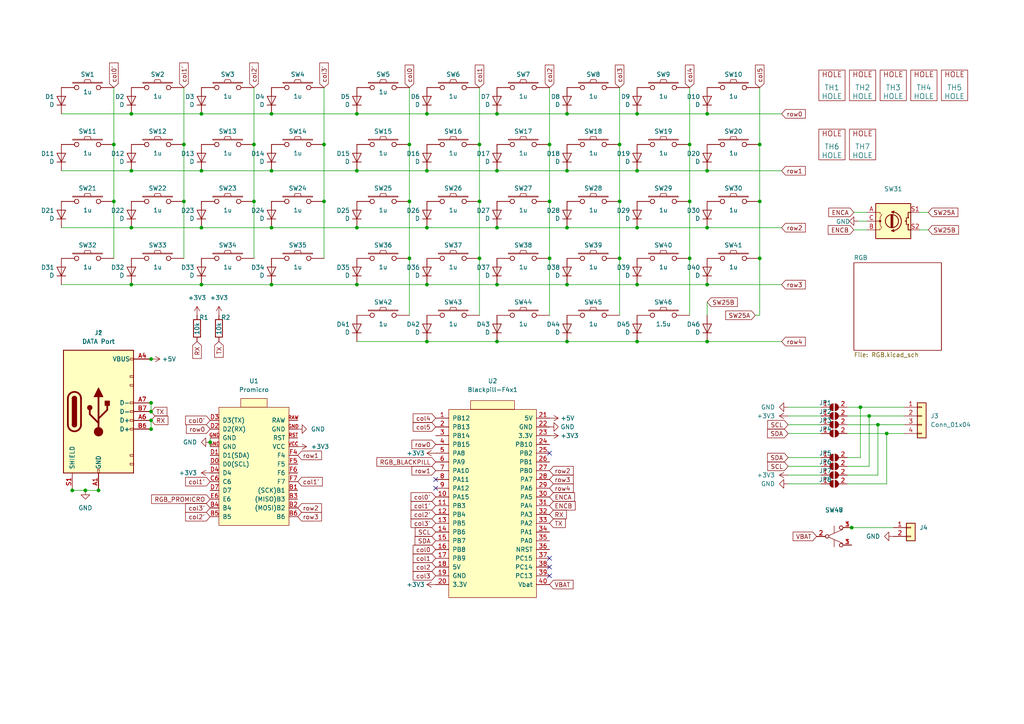
<source format=kicad_sch>
(kicad_sch (version 20211123) (generator eeschema)
  (paper "A4")
  (junction (at 184.785 66.04))
  (junction (at 257.175 125.73))
  (junction (at 38.1 66.04))
  (junction (at 179.705 74.93))
  (junction (at 220.345 41.91))
  (junction (at 249.555 118.11))
  (junction (at 43.815 104.14))
  (junction (at 252.095 120.65))
  (junction (at 164.465 82.55))
  (junction (at 123.825 99.06))
  (junction (at 144.145 82.55))
  (junction (at 184.785 49.53))
  (junction (at 103.505 82.55))
  (junction (at 58.42 82.55))
  (junction (at 118.745 41.91))
  (junction (at 205.105 33.02))
  (junction (at 78.74 82.55))
  (junction (at 164.465 49.53))
  (junction (at 38.1 33.02))
  (junction (at 103.505 33.02))
  (junction (at 159.385 41.91))
  (junction (at 118.745 74.93))
  (junction (at 184.785 33.02))
  (junction (at 60.96 128.27))
  (junction (at 200.025 74.93))
  (junction (at 78.74 66.04))
  (junction (at 43.815 116.84))
  (junction (at 164.465 66.04))
  (junction (at 28.575 142.24))
  (junction (at 73.66 58.42))
  (junction (at 205.105 82.55))
  (junction (at 103.505 49.53))
  (junction (at 139.065 41.91))
  (junction (at 93.98 41.91))
  (junction (at 118.745 58.42))
  (junction (at 200.025 58.42))
  (junction (at 179.705 58.42))
  (junction (at 58.42 33.02))
  (junction (at 254.635 123.19))
  (junction (at 144.145 66.04))
  (junction (at 58.42 49.53))
  (junction (at 200.025 41.91))
  (junction (at 73.66 41.91))
  (junction (at 179.705 41.91))
  (junction (at 58.42 66.04))
  (junction (at 139.065 74.93))
  (junction (at 53.34 41.91))
  (junction (at 43.815 124.46))
  (junction (at 123.825 66.04))
  (junction (at 43.815 121.92))
  (junction (at 33.02 41.91))
  (junction (at 123.825 49.53))
  (junction (at 78.74 33.02))
  (junction (at 220.345 58.42))
  (junction (at 38.1 82.55))
  (junction (at 123.825 33.02))
  (junction (at 164.465 33.02))
  (junction (at 139.065 58.42))
  (junction (at 159.385 74.93))
  (junction (at 93.98 58.42))
  (junction (at 20.955 142.24))
  (junction (at 43.815 119.38))
  (junction (at 78.74 49.53))
  (junction (at 103.505 66.04))
  (junction (at 144.145 49.53))
  (junction (at 33.02 58.42))
  (junction (at 247.015 153.035))
  (junction (at 220.345 74.93))
  (junction (at 205.105 99.06))
  (junction (at 123.825 82.55))
  (junction (at 144.145 99.06))
  (junction (at 184.785 82.55))
  (junction (at 205.105 49.53))
  (junction (at 205.105 66.04))
  (junction (at 38.1 49.53))
  (junction (at 24.765 142.24))
  (junction (at 144.145 33.02))
  (junction (at 159.385 58.42))
  (junction (at 164.465 99.06))
  (junction (at 53.34 58.42))
  (junction (at 184.785 99.06))
  (no_connect (at 126.365 141.605))
  (no_connect (at 126.365 139.065))
  (no_connect (at 159.385 131.445))
  (no_connect (at 159.385 167.005))
  (no_connect (at 159.385 164.465))
  (no_connect (at 159.385 161.925))
  (wire (pts (xy 228.6 118.11) (xy 238.125 118.11)))
  (wire (pts (xy 228.6 132.715) (xy 238.125 132.715)))
  (wire (pts (xy 78.74 66.04) (xy 58.42 66.04)))
  (wire (pts (xy 228.6 135.255) (xy 238.125 135.255)))
  (wire (pts (xy 228.6 125.73) (xy 238.125 125.73)))
  (wire (pts (xy 93.98 58.42) (xy 93.98 74.93)))
  (wire (pts (xy 78.74 33.02) (xy 58.42 33.02)))
  (wire (pts (xy 226.695 99.06) (xy 205.105 99.06)))
  (wire (pts (xy 123.825 66.04) (xy 103.505 66.04)))
  (wire (pts (xy 123.825 99.06) (xy 103.505 99.06)))
  (wire (pts (xy 164.465 66.04) (xy 144.145 66.04)))
  (wire (pts (xy 247.015 153.035) (xy 259.08 153.035)))
  (wire (pts (xy 205.105 87.63) (xy 205.105 91.44)))
  (wire (pts (xy 228.6 140.335) (xy 238.125 140.335)))
  (wire (pts (xy 245.745 137.795) (xy 254.635 137.795)))
  (wire (pts (xy 205.105 99.06) (xy 184.785 99.06)))
  (wire (pts (xy 184.785 66.04) (xy 164.465 66.04)))
  (wire (pts (xy 200.025 25.4) (xy 200.025 41.91)))
  (wire (pts (xy 78.74 49.53) (xy 103.505 49.53)))
  (wire (pts (xy 93.98 25.4) (xy 93.98 41.91)))
  (wire (pts (xy 257.175 140.335) (xy 257.175 125.73)))
  (wire (pts (xy 78.74 82.55) (xy 103.505 82.55)))
  (wire (pts (xy 252.095 135.255) (xy 252.095 120.65)))
  (wire (pts (xy 159.385 58.42) (xy 159.385 74.93)))
  (wire (pts (xy 53.34 74.93) (xy 53.34 58.42)))
  (wire (pts (xy 38.1 66.04) (xy 17.78 66.04)))
  (wire (pts (xy 159.385 74.93) (xy 159.385 91.44)))
  (wire (pts (xy 123.825 33.02) (xy 144.145 33.02)))
  (wire (pts (xy 93.98 41.91) (xy 93.98 58.42)))
  (wire (pts (xy 220.345 41.91) (xy 220.345 58.42)))
  (wire (pts (xy 266.7 66.675) (xy 269.24 66.675)))
  (wire (pts (xy 144.145 99.06) (xy 123.825 99.06)))
  (wire (pts (xy 139.065 25.4) (xy 139.065 41.91)))
  (wire (pts (xy 78.74 49.53) (xy 58.42 49.53)))
  (wire (pts (xy 184.785 33.02) (xy 205.105 33.02)))
  (wire (pts (xy 184.785 33.02) (xy 164.465 33.02)))
  (wire (pts (xy 73.66 41.91) (xy 73.66 58.42)))
  (wire (pts (xy 245.745 123.19) (xy 254.635 123.19)))
  (wire (pts (xy 38.1 33.02) (xy 58.42 33.02)))
  (wire (pts (xy 118.745 58.42) (xy 118.745 41.91)))
  (wire (pts (xy 164.465 49.53) (xy 144.145 49.53)))
  (wire (pts (xy 179.705 41.91) (xy 179.705 58.42)))
  (wire (pts (xy 38.1 33.02) (xy 17.78 33.02)))
  (wire (pts (xy 254.635 137.795) (xy 254.635 123.19)))
  (wire (pts (xy 257.175 125.73) (xy 262.255 125.73)))
  (wire (pts (xy 220.345 74.93) (xy 220.345 91.44)))
  (wire (pts (xy 205.105 82.55) (xy 226.695 82.55)))
  (wire (pts (xy 123.825 33.02) (xy 103.505 33.02)))
  (wire (pts (xy 139.065 74.93) (xy 139.065 58.42)))
  (wire (pts (xy 43.815 121.92) (xy 43.815 124.46)))
  (wire (pts (xy 144.145 49.53) (xy 123.825 49.53)))
  (wire (pts (xy 20.955 142.24) (xy 24.765 142.24)))
  (wire (pts (xy 266.7 61.595) (xy 269.24 61.595)))
  (wire (pts (xy 249.555 118.11) (xy 262.255 118.11)))
  (wire (pts (xy 245.745 118.11) (xy 249.555 118.11)))
  (wire (pts (xy 245.745 140.335) (xy 257.175 140.335)))
  (wire (pts (xy 245.745 120.65) (xy 252.095 120.65)))
  (wire (pts (xy 118.745 58.42) (xy 118.745 74.93)))
  (wire (pts (xy 184.785 66.04) (xy 205.105 66.04)))
  (wire (pts (xy 245.745 132.715) (xy 249.555 132.715)))
  (wire (pts (xy 184.785 82.55) (xy 205.105 82.55)))
  (wire (pts (xy 205.105 66.04) (xy 226.695 66.04)))
  (wire (pts (xy 247.65 61.595) (xy 251.46 61.595)))
  (wire (pts (xy 33.02 58.42) (xy 33.02 41.91)))
  (wire (pts (xy 205.105 49.53) (xy 226.695 49.53)))
  (wire (pts (xy 252.095 120.65) (xy 262.255 120.65)))
  (wire (pts (xy 179.705 25.4) (xy 179.705 41.91)))
  (wire (pts (xy 78.74 66.04) (xy 103.505 66.04)))
  (wire (pts (xy 33.02 41.91) (xy 33.02 25.4)))
  (wire (pts (xy 228.6 120.65) (xy 238.125 120.65)))
  (wire (pts (xy 184.785 99.06) (xy 164.465 99.06)))
  (wire (pts (xy 58.42 82.55) (xy 38.1 82.55)))
  (wire (pts (xy 33.02 58.42) (xy 33.02 74.93)))
  (wire (pts (xy 245.745 135.255) (xy 252.095 135.255)))
  (wire (pts (xy 200.025 41.91) (xy 200.025 58.42)))
  (wire (pts (xy 205.105 33.02) (xy 226.695 33.02)))
  (wire (pts (xy 144.145 66.04) (xy 123.825 66.04)))
  (wire (pts (xy 200.025 58.42) (xy 200.025 74.93)))
  (wire (pts (xy 179.705 58.42) (xy 179.705 74.93)))
  (wire (pts (xy 159.385 41.91) (xy 159.385 58.42)))
  (wire (pts (xy 164.465 33.02) (xy 144.145 33.02)))
  (wire (pts (xy 24.765 142.24) (xy 28.575 142.24)))
  (wire (pts (xy 144.145 82.55) (xy 123.825 82.55)))
  (wire (pts (xy 254.635 123.19) (xy 262.255 123.19)))
  (wire (pts (xy 38.1 82.55) (xy 17.78 82.55)))
  (wire (pts (xy 53.34 41.91) (xy 53.34 58.42)))
  (wire (pts (xy 58.42 49.53) (xy 38.1 49.53)))
  (wire (pts (xy 139.065 41.91) (xy 139.065 58.42)))
  (wire (pts (xy 228.6 137.795) (xy 238.125 137.795)))
  (wire (pts (xy 159.385 25.4) (xy 159.385 41.91)))
  (wire (pts (xy 220.345 58.42) (xy 220.345 74.93)))
  (wire (pts (xy 228.6 123.19) (xy 238.125 123.19)))
  (wire (pts (xy 220.345 25.4) (xy 220.345 41.91)))
  (wire (pts (xy 164.465 99.06) (xy 144.145 99.06)))
  (wire (pts (xy 123.825 49.53) (xy 103.505 49.53)))
  (wire (pts (xy 60.96 128.27) (xy 60.96 129.54)))
  (wire (pts (xy 247.65 66.675) (xy 251.46 66.675)))
  (wire (pts (xy 249.555 132.715) (xy 249.555 118.11)))
  (wire (pts (xy 139.065 74.93) (xy 139.065 91.44)))
  (wire (pts (xy 164.465 82.55) (xy 144.145 82.55)))
  (wire (pts (xy 179.705 74.93) (xy 179.705 91.44)))
  (wire (pts (xy 53.34 25.4) (xy 53.34 41.91)))
  (wire (pts (xy 78.74 33.02) (xy 103.505 33.02)))
  (wire (pts (xy 73.66 25.4) (xy 73.66 41.91)))
  (wire (pts (xy 220.345 91.44) (xy 219.075 91.44)))
  (wire (pts (xy 184.785 49.53) (xy 164.465 49.53)))
  (wire (pts (xy 60.96 127) (xy 60.96 128.27)))
  (wire (pts (xy 200.025 74.93) (xy 200.025 91.44)))
  (wire (pts (xy 184.785 82.55) (xy 164.465 82.55)))
  (wire (pts (xy 118.745 74.93) (xy 118.745 91.44)))
  (wire (pts (xy 38.1 49.53) (xy 17.78 49.53)))
  (wire (pts (xy 118.745 41.91) (xy 118.745 25.4)))
  (wire (pts (xy 245.745 125.73) (xy 257.175 125.73)))
  (wire (pts (xy 58.42 66.04) (xy 38.1 66.04)))
  (wire (pts (xy 43.815 116.84) (xy 43.815 119.38)))
  (wire (pts (xy 251.46 64.135) (xy 248.92 64.135)))
  (wire (pts (xy 123.825 82.55) (xy 103.505 82.55)))
  (wire (pts (xy 184.785 49.53) (xy 205.105 49.53)))
  (wire (pts (xy 73.66 58.42) (xy 73.66 74.93)))
  (wire (pts (xy 78.74 82.55) (xy 58.42 82.55)))
  (global_label "ENCA" (shape input) (at 247.65 61.595 180) (property "Intersheet References" "${INTERSHEET_REFS}" (effects hide)))
  (global_label "col2'" (shape input) (at 126.365 149.225 180) (property "Intersheet References" "${INTERSHEET_REFS}" (effects hide)))
  (global_label "row3" (shape input) (at 159.385 139.065 0) (property "Intersheet References" "${INTERSHEET_REFS}" (effects hide)))
  (global_label "TX" (shape input) (at 159.385 151.765 0) (property "Intersheet References" "${INTERSHEET_REFS}" (effects hide)))
  (global_label "VBAT" (shape input) (at 159.385 169.545 0) (property "Intersheet References" "${INTERSHEET_REFS}" (effects hide)))
  (global_label "col0'" (shape input) (at 33.02 25.4 90) (property "Intersheet References" "${INTERSHEET_REFS}" (effects hide)))
  (global_label "col5" (shape input) (at 126.365 123.825 180) (property "Intersheet References" "${INTERSHEET_REFS}" (effects hide)))
  (global_label "row1" (shape input) (at 126.365 136.525 180) (property "Intersheet References" "${INTERSHEET_REFS}" (effects hide)))
  (global_label "col1'" (shape input) (at 60.96 139.7 180) (property "Intersheet References" "${INTERSHEET_REFS}" (effects hide)))
  (global_label "row0" (shape input) (at 126.365 128.905 180) (property "Intersheet References" "${INTERSHEET_REFS}" (effects hide)))
  (global_label "col2'" (shape input) (at 60.96 149.86 180) (property "Intersheet References" "${INTERSHEET_REFS}" (effects hide)))
  (global_label "RGB_PROMICRO" (shape input) (at 60.96 144.78 180) (property "Intersheet References" "${INTERSHEET_REFS}" (effects hide)))
  (global_label "col0'" (shape input) (at 60.96 121.92 180) (property "Intersheet References" "${INTERSHEET_REFS}" (effects hide)))
  (global_label "SW25B" (shape input) (at 269.24 66.675 0) (property "Intersheet References" "${INTERSHEET_REFS}" (effects hide)))
  (global_label "ENCB" (shape input) (at 159.385 146.685 0) (property "Intersheet References" "${INTERSHEET_REFS}" (effects hide)))
  (global_label "SW25A" (shape input) (at 219.075 91.44 180) (property "Intersheet References" "${INTERSHEET_REFS}" (effects hide)))
  (global_label "RX" (shape input) (at 159.385 149.225 0) (property "Intersheet References" "${INTERSHEET_REFS}" (effects hide)))
  (global_label "row3" (shape input) (at 86.36 149.86 0) (property "Intersheet References" "${INTERSHEET_REFS}" (effects hide)))
  (global_label "SCL" (shape input) (at 228.6 123.19 180) (property "Intersheet References" "${INTERSHEET_REFS}" (effects hide)))
  (global_label "RX" (shape input) (at 57.15 99.06 270) (property "Intersheet References" "${INTERSHEET_REFS}" (effects hide)))
  (global_label "SDA" (shape input) (at 126.365 156.845 180) (property "Intersheet References" "${INTERSHEET_REFS}" (effects hide)))
  (global_label "col0'" (shape input) (at 126.365 144.145 180) (property "Intersheet References" "${INTERSHEET_REFS}" (effects hide)))
  (global_label "VBAT" (shape input) (at 236.855 155.575 180) (property "Intersheet References" "${INTERSHEET_REFS}" (effects hide)))
  (global_label "TX" (shape input) (at 43.815 119.38 0) (property "Intersheet References" "${INTERSHEET_REFS}" (effects hide)))
  (global_label "row4" (shape input) (at 159.385 141.605 0) (property "Intersheet References" "${INTERSHEET_REFS}" (effects hide)))
  (global_label "col1'" (shape input) (at 86.36 139.7 0) (property "Intersheet References" "${INTERSHEET_REFS}" (effects hide)))
  (global_label "ENCB" (shape input) (at 247.65 66.675 180) (property "Intersheet References" "${INTERSHEET_REFS}" (effects hide)))
  (global_label "col2'" (shape input) (at 73.66 25.4 90) (property "Intersheet References" "${INTERSHEET_REFS}" (effects hide)))
  (global_label "col4" (shape input) (at 200.025 25.4 90) (property "Intersheet References" "${INTERSHEET_REFS}" (effects hide)))
  (global_label "SCL" (shape input) (at 228.6 135.255 180) (property "Intersheet References" "${INTERSHEET_REFS}" (effects hide)))
  (global_label "SW25A" (shape input) (at 269.24 61.595 0) (property "Intersheet References" "${INTERSHEET_REFS}" (effects hide)))
  (global_label "col0" (shape input) (at 126.365 159.385 180) (property "Intersheet References" "${INTERSHEET_REFS}" (effects hide)))
  (global_label "row2" (shape input) (at 86.36 147.32 0) (property "Intersheet References" "${INTERSHEET_REFS}" (effects hide)))
  (global_label "col2" (shape input) (at 159.385 25.4 90) (property "Intersheet References" "${INTERSHEET_REFS}" (effects hide)))
  (global_label "ENCA" (shape input) (at 159.385 144.145 0) (property "Intersheet References" "${INTERSHEET_REFS}" (effects hide)))
  (global_label "SDA" (shape input) (at 228.6 132.715 180) (property "Intersheet References" "${INTERSHEET_REFS}" (effects hide)))
  (global_label "row3" (shape input) (at 226.695 82.55 0) (property "Intersheet References" "${INTERSHEET_REFS}" (effects hide)))
  (global_label "col3" (shape input) (at 126.365 167.005 180) (property "Intersheet References" "${INTERSHEET_REFS}" (effects hide)))
  (global_label "row0" (shape input) (at 226.695 33.02 0) (property "Intersheet References" "${INTERSHEET_REFS}" (effects hide)))
  (global_label "RX" (shape input) (at 43.815 121.92 0) (property "Intersheet References" "${INTERSHEET_REFS}" (effects hide)))
  (global_label "row4" (shape input) (at 226.695 99.06 0) (property "Intersheet References" "${INTERSHEET_REFS}" (effects hide)))
  (global_label "SCL" (shape input) (at 126.365 154.305 180) (property "Intersheet References" "${INTERSHEET_REFS}" (effects hide)))
  (global_label "col5" (shape input) (at 220.345 25.4 90) (property "Intersheet References" "${INTERSHEET_REFS}" (effects hide)))
  (global_label "SW25B" (shape input) (at 205.105 87.63 0) (property "Intersheet References" "${INTERSHEET_REFS}" (effects hide)))
  (global_label "row2" (shape input) (at 159.385 136.525 0) (property "Intersheet References" "${INTERSHEET_REFS}" (effects hide)))
  (global_label "col1" (shape input) (at 126.365 161.925 180) (property "Intersheet References" "${INTERSHEET_REFS}" (effects hide)))
  (global_label "TX" (shape input) (at 63.5 99.06 270) (property "Intersheet References" "${INTERSHEET_REFS}" (effects hide)))
  (global_label "col3'" (shape input) (at 126.365 151.765 180) (property "Intersheet References" "${INTERSHEET_REFS}" (effects hide)))
  (global_label "row2" (shape input) (at 226.695 66.04 0) (property "Intersheet References" "${INTERSHEET_REFS}" (effects hide)))
  (global_label "col0" (shape input) (at 118.745 25.4 90) (property "Intersheet References" "${INTERSHEET_REFS}" (effects hide)))
  (global_label "col4" (shape input) (at 126.365 121.285 180) (property "Intersheet References" "${INTERSHEET_REFS}" (effects hide)))
  (global_label "RGB_BLACKPILL" (shape input) (at 126.365 133.985 180) (property "Intersheet References" "${INTERSHEET_REFS}" (effects hide)))
  (global_label "col3" (shape input) (at 179.705 25.4 90) (property "Intersheet References" "${INTERSHEET_REFS}" (effects hide)))
  (global_label "col3'" (shape input) (at 93.98 25.4 90) (property "Intersheet References" "${INTERSHEET_REFS}" (effects hide)))
  (global_label "row0" (shape input) (at 60.96 124.46 180) (property "Intersheet References" "${INTERSHEET_REFS}" (effects hide)))
  (global_label "col1" (shape input) (at 139.065 25.4 90) (property "Intersheet References" "${INTERSHEET_REFS}" (effects hide)))
  (global_label "col1'" (shape input) (at 53.34 25.4 90) (property "Intersheet References" "${INTERSHEET_REFS}" (effects hide)))
  (global_label "row1" (shape input) (at 226.695 49.53 0) (property "Intersheet References" "${INTERSHEET_REFS}" (effects hide)))
  (global_label "SDA" (shape input) (at 228.6 125.73 180) (property "Intersheet References" "${INTERSHEET_REFS}" (effects hide)))
  (global_label "row1" (shape input) (at 86.36 132.08 0) (property "Intersheet References" "${INTERSHEET_REFS}" (effects hide)))
  (global_label "col1'" (shape input) (at 126.365 146.685 180) (property "Intersheet References" "${INTERSHEET_REFS}" (effects hide)))
  (global_label "col2" (shape input) (at 126.365 164.465 180) (property "Intersheet References" "${INTERSHEET_REFS}" (effects hide)))
  (global_label "col3'" (shape input) (at 60.96 147.32 180) (property "Intersheet References" "${INTERSHEET_REFS}" (effects hide)))
  (symbol (lib_id "SofleKeyboard-rescue:SW_PUSH-Lily58-cache-Lily58_Pro-rescue") (at 192.405 91.44 0) (mirror y) (unit 1)
    (property "Reference" "SW46" (at 192.405 87.63 0))
    (property "Value" "1.5u" (at 192.405 93.98 0))
    (property "Footprint" "Library:SW-HS_flip-1u" (effects hide))
  )
  (symbol (lib_id "SofleKeyboard-rescue:SW_PUSH-Lily58-cache-Lily58_Pro-rescue") (at 212.725 25.4 0) (mirror y) (unit 1)
    (property "Reference" "SW10" (at 212.725 21.59 0))
    (property "Value" "1u" (at 212.725 27.94 0))
    (property "Footprint" "Library:SW-HS_flip-1u" (effects hide))
  )
  (symbol (lib_id "SofleKeyboard-rescue:D-Lily58-cache-Lily58_Pro-rescue") (at 205.105 29.21 270) (mirror x) (unit 1)
    (property "Reference" "D10" (at 203.0984 28.0416 90) (effects (justify right)))
    (property "Value" "D" (at 203.0984 30.353 90) (effects (justify right)))
    (property "Footprint" "Library:Diode" (effects hide))
  )
  (symbol (lib_id "SofleKeyboard-rescue:SW_PUSH-Lily58-cache-Lily58_Pro-rescue") (at 192.405 25.4 0) (mirror y) (unit 1)
    (property "Reference" "SW9" (at 192.405 21.59 0))
    (property "Value" "1u" (at 192.405 27.94 0))
    (property "Footprint" "Library:SW-HS_flip-1u" (effects hide))
  )
  (symbol (lib_id "SofleKeyboard-rescue:D-Lily58-cache-Lily58_Pro-rescue") (at 184.785 29.21 270) (mirror x) (unit 1)
    (property "Reference" "D9" (at 182.7784 28.0416 90) (effects (justify right)))
    (property "Value" "D" (at 182.7784 30.353 90) (effects (justify right)))
    (property "Footprint" "Library:Diode" (effects hide))
  )
  (symbol (lib_id "SofleKeyboard-rescue:SW_PUSH-Lily58-cache-Lily58_Pro-rescue") (at 172.085 25.4 0) (mirror y) (unit 1)
    (property "Reference" "SW8" (at 172.085 21.59 0))
    (property "Value" "1u" (at 172.085 27.94 0))
    (property "Footprint" "Library:SW-HS_flip-1u" (effects hide))
  )
  (symbol (lib_id "SofleKeyboard-rescue:D-Lily58-cache-Lily58_Pro-rescue") (at 164.465 29.21 270) (mirror x) (unit 1)
    (property "Reference" "D8" (at 162.4584 28.0416 90) (effects (justify right)))
    (property "Value" "D" (at 162.4584 30.353 90) (effects (justify right)))
    (property "Footprint" "Library:Diode" (effects hide))
  )
  (symbol (lib_id "SofleKeyboard-rescue:SW_PUSH-Lily58-cache-Lily58_Pro-rescue") (at 151.765 25.4 0) (mirror y) (unit 1)
    (property "Reference" "SW7" (at 151.765 21.59 0))
    (property "Value" "1u" (at 151.765 27.94 0))
    (property "Footprint" "Library:SW-HS_flip-1u" (effects hide))
  )
  (symbol (lib_id "SofleKeyboard-rescue:D-Lily58-cache-Lily58_Pro-rescue") (at 144.145 29.21 270) (mirror x) (unit 1)
    (property "Reference" "D7" (at 142.1384 28.0416 90) (effects (justify right)))
    (property "Value" "D" (at 142.1384 30.353 90) (effects (justify right)))
    (property "Footprint" "Library:Diode" (effects hide))
  )
  (symbol (lib_id "SofleKeyboard-rescue:SW_PUSH-Lily58-cache-Lily58_Pro-rescue") (at 131.445 25.4 0) (unit 1)
    (property "Reference" "SW6" (at 131.445 21.59 0))
    (property "Value" "1u" (at 131.445 27.94 0))
    (property "Footprint" "Library:SW-HS_flip-1u" (effects hide))
  )
  (symbol (lib_id "SofleKeyboard-rescue:D-Lily58-cache-Lily58_Pro-rescue") (at 123.825 29.21 270) (mirror x) (unit 1)
    (property "Reference" "D6" (at 121.8184 28.0416 90) (effects (justify right)))
    (property "Value" "D" (at 121.8184 30.353 90) (effects (justify right)))
    (property "Footprint" "Library:Diode" (effects hide))
  )
  (symbol (lib_id "SofleKeyboard-rescue:SW_PUSH-Lily58-cache-Lily58_Pro-rescue") (at 111.125 25.4 0) (mirror y) (unit 1)
    (property "Reference" "SW5" (at 111.125 21.59 0))
    (property "Value" "1u" (at 111.125 26.67 0))
    (property "Footprint" "Library:SW-HS_flip-1u" (effects hide))
  )
  (symbol (lib_id "SofleKeyboard-rescue:D-Lily58-cache-Lily58_Pro-rescue") (at 103.505 29.21 270) (mirror x) (unit 1)
    (property "Reference" "D5" (at 101.4984 28.0416 90) (effects (justify right)))
    (property "Value" "D" (at 101.4984 30.353 90) (effects (justify right)))
    (property "Footprint" "Library:Diode" (effects hide))
  )
  (symbol (lib_id "SofleKeyboard-rescue:SW_PUSH-Lily58-cache-Lily58_Pro-rescue") (at 192.405 41.91 0) (mirror y) (unit 1)
    (property "Reference" "SW19" (at 192.405 38.1 0))
    (property "Value" "1u" (at 192.405 44.45 0))
    (property "Footprint" "Library:SW-HS_flip-1u" (effects hide))
  )
  (symbol (lib_id "SofleKeyboard-rescue:SW_PUSH-Lily58-cache-Lily58_Pro-rescue") (at 172.085 41.91 0) (mirror y) (unit 1)
    (property "Reference" "SW18" (at 172.085 38.1 0))
    (property "Value" "1u" (at 172.085 44.45 0))
    (property "Footprint" "Library:SW-HS_flip-1u" (effects hide))
  )
  (symbol (lib_id "SofleKeyboard-rescue:SW_PUSH-Lily58-cache-Lily58_Pro-rescue") (at 151.765 41.91 0) (mirror y) (unit 1)
    (property "Reference" "SW17" (at 151.765 38.1 0))
    (property "Value" "1u" (at 151.765 44.45 0))
    (property "Footprint" "Library:SW-HS_flip-1u" (effects hide))
  )
  (symbol (lib_id "SofleKeyboard-rescue:SW_PUSH-Lily58-cache-Lily58_Pro-rescue") (at 131.445 41.91 0) (unit 1)
    (property "Reference" "SW16" (at 131.445 38.1 0))
    (property "Value" "1u" (at 131.445 44.45 0))
    (property "Footprint" "Library:SW-HS_flip-1u" (effects hide))
  )
  (symbol (lib_id "SofleKeyboard-rescue:SW_PUSH-Lily58-cache-Lily58_Pro-rescue") (at 111.125 41.91 0) (mirror y) (unit 1)
    (property "Reference" "SW15" (at 111.125 38.1 0))
    (property "Value" "1u" (at 111.125 44.45 0))
    (property "Footprint" "Library:SW-HS_flip-1u" (effects hide))
  )
  (symbol (lib_id "SofleKeyboard-rescue:SW_PUSH-Lily58-cache-Lily58_Pro-rescue") (at 212.725 41.91 0) (mirror y) (unit 1)
    (property "Reference" "SW20" (at 212.725 38.1 0))
    (property "Value" "1u" (at 212.725 44.45 0))
    (property "Footprint" "Library:SW-HS_flip-1u" (effects hide))
  )
  (symbol (lib_id "SofleKeyboard-rescue:D-Lily58-cache-Lily58_Pro-rescue") (at 205.105 45.72 270) (mirror x) (unit 1)
    (property "Reference" "D20" (at 203.0984 44.5516 90) (effects (justify right)))
    (property "Value" "D" (at 203.0984 46.863 90) (effects (justify right)))
    (property "Footprint" "Library:Diode" (effects hide))
  )
  (symbol (lib_id "SofleKeyboard-rescue:D-Lily58-cache-Lily58_Pro-rescue") (at 184.785 45.72 270) (mirror x) (unit 1)
    (property "Reference" "D19" (at 182.7784 44.5516 90) (effects (justify right)))
    (property "Value" "D" (at 182.7784 46.863 90) (effects (justify right)))
    (property "Footprint" "Library:Diode" (effects hide))
  )
  (symbol (lib_id "SofleKeyboard-rescue:D-Lily58-cache-Lily58_Pro-rescue") (at 164.465 45.72 270) (mirror x) (unit 1)
    (property "Reference" "D18" (at 162.4584 44.5516 90) (effects (justify right)))
    (property "Value" "D" (at 162.4584 46.863 90) (effects (justify right)))
    (property "Footprint" "Library:Diode" (effects hide))
  )
  (symbol (lib_id "SofleKeyboard-rescue:D-Lily58-cache-Lily58_Pro-rescue") (at 144.145 45.72 270) (mirror x) (unit 1)
    (property "Reference" "D17" (at 142.1384 44.5516 90) (effects (justify right)))
    (property "Value" "D" (at 142.1384 46.863 90) (effects (justify right)))
    (property "Footprint" "Library:Diode" (effects hide))
  )
  (symbol (lib_id "SofleKeyboard-rescue:D-Lily58-cache-Lily58_Pro-rescue") (at 123.825 45.72 270) (mirror x) (unit 1)
    (property "Reference" "D16" (at 121.8184 44.5516 90) (effects (justify right)))
    (property "Value" "D" (at 121.8184 46.863 90) (effects (justify right)))
    (property "Footprint" "Library:Diode" (effects hide))
  )
  (symbol (lib_id "SofleKeyboard-rescue:D-Lily58-cache-Lily58_Pro-rescue") (at 103.505 45.72 270) (mirror x) (unit 1)
    (property "Reference" "D15" (at 101.4984 44.5516 90) (effects (justify right)))
    (property "Value" "D" (at 101.4984 46.863 90) (effects (justify right)))
    (property "Footprint" "Library:Diode" (effects hide))
  )
  (symbol (lib_id "SofleKeyboard-rescue:SW_PUSH-Lily58-cache-Lily58_Pro-rescue") (at 212.725 58.42 0) (mirror y) (unit 1)
    (property "Reference" "SW30" (at 212.725 54.61 0))
    (property "Value" "1u" (at 212.725 60.96 0))
    (property "Footprint" "Library:SW-HS_flip-1u" (effects hide))
  )
  (symbol (lib_id "SofleKeyboard-rescue:SW_PUSH-Lily58-cache-Lily58_Pro-rescue") (at 192.405 58.42 0) (mirror y) (unit 1)
    (property "Reference" "SW29" (at 192.405 54.61 0))
    (property "Value" "1u" (at 192.405 60.96 0))
    (property "Footprint" "Library:SW-HS_flip-1u" (effects hide))
  )
  (symbol (lib_id "SofleKeyboard-rescue:SW_PUSH-Lily58-cache-Lily58_Pro-rescue") (at 172.085 58.42 0) (mirror y) (unit 1)
    (property "Reference" "SW28" (at 172.085 54.61 0))
    (property "Value" "1u" (at 172.085 60.96 0))
    (property "Footprint" "Library:SW-HS_flip-1u" (effects hide))
  )
  (symbol (lib_id "SofleKeyboard-rescue:SW_PUSH-Lily58-cache-Lily58_Pro-rescue") (at 151.765 58.42 0) (mirror y) (unit 1)
    (property "Reference" "SW27" (at 151.765 54.61 0))
    (property "Value" "1u" (at 151.765 60.96 0))
    (property "Footprint" "Library:SW-HS_flip-1u" (effects hide))
  )
  (symbol (lib_id "SofleKeyboard-rescue:SW_PUSH-Lily58-cache-Lily58_Pro-rescue") (at 131.445 58.42 0) (unit 1)
    (property "Reference" "SW26" (at 131.445 54.61 0))
    (property "Value" "1u" (at 131.445 60.96 0))
    (property "Footprint" "Library:SW-HS_flip-1u" (effects hide))
  )
  (symbol (lib_id "SofleKeyboard-rescue:SW_PUSH-Lily58-cache-Lily58_Pro-rescue") (at 111.125 58.42 0) (mirror y) (unit 1)
    (property "Reference" "SW25" (at 111.125 54.61 0))
    (property "Value" "1u" (at 111.125 60.96 0))
    (property "Footprint" "Library:SW-HS_flip-1u" (effects hide))
  )
  (symbol (lib_id "SofleKeyboard-rescue:D-Lily58-cache-Lily58_Pro-rescue") (at 205.105 62.23 270) (mirror x) (unit 1)
    (property "Reference" "D30" (at 203.0984 61.0616 90) (effects (justify right)))
    (property "Value" "D" (at 203.0984 63.373 90) (effects (justify right)))
    (property "Footprint" "Library:Diode" (effects hide))
  )
  (symbol (lib_id "SofleKeyboard-rescue:D-Lily58-cache-Lily58_Pro-rescue") (at 184.785 62.23 270) (mirror x) (unit 1)
    (property "Reference" "D29" (at 182.7784 61.0616 90) (effects (justify right)))
    (property "Value" "D" (at 182.7784 63.373 90) (effects (justify right)))
    (property "Footprint" "Library:Diode" (effects hide))
  )
  (symbol (lib_id "SofleKeyboard-rescue:D-Lily58-cache-Lily58_Pro-rescue") (at 164.465 62.23 270) (mirror x) (unit 1)
    (property "Reference" "D28" (at 162.4584 61.0616 90) (effects (justify right)))
    (property "Value" "D" (at 162.4584 63.373 90) (effects (justify right)))
    (property "Footprint" "Library:Diode" (effects hide))
  )
  (symbol (lib_id "SofleKeyboard-rescue:D-Lily58-cache-Lily58_Pro-rescue") (at 144.145 62.23 270) (mirror x) (unit 1)
    (property "Reference" "D27" (at 142.1384 61.0616 90) (effects (justify right)))
    (property "Value" "D" (at 142.1384 63.373 90) (effects (justify right)))
    (property "Footprint" "Library:Diode" (effects hide))
  )
  (symbol (lib_id "SofleKeyboard-rescue:D-Lily58-cache-Lily58_Pro-rescue") (at 123.825 62.23 270) (mirror x) (unit 1)
    (property "Reference" "D26" (at 121.8184 61.0616 90) (effects (justify right)))
    (property "Value" "D" (at 121.8184 63.373 90) (effects (justify right)))
    (property "Footprint" "Library:Diode" (effects hide))
  )
  (symbol (lib_id "SofleKeyboard-rescue:D-Lily58-cache-Lily58_Pro-rescue") (at 103.505 62.23 270) (mirror x) (unit 1)
    (property "Reference" "D25" (at 101.4984 61.0616 90) (effects (justify right)))
    (property "Value" "D" (at 101.4984 63.373 90) (effects (justify right)))
    (property "Footprint" "Library:Diode" (effects hide))
  )
  (symbol (lib_id "SofleKeyboard-rescue:SW_PUSH-Lily58-cache-Lily58_Pro-rescue") (at 172.085 74.93 0) (mirror y) (unit 1)
    (property "Reference" "SW39" (at 172.085 71.12 0))
    (property "Value" "1u" (at 172.085 77.47 0))
    (property "Footprint" "Library:SW-HS_flip-1u" (effects hide))
  )
  (symbol (lib_id "SofleKeyboard-rescue:SW_PUSH-Lily58-cache-Lily58_Pro-rescue") (at 151.765 74.93 0) (mirror y) (unit 1)
    (property "Reference" "SW38" (at 151.765 71.12 0))
    (property "Value" "1u" (at 151.765 77.47 0))
    (property "Footprint" "Library:SW-HS_flip-1u" (effects hide))
  )
  (symbol (lib_id "SofleKeyboard-rescue:SW_PUSH-Lily58-cache-Lily58_Pro-rescue") (at 131.445 74.93 0) (unit 1)
    (property "Reference" "SW37" (at 131.445 71.12 0))
    (property "Value" "1u" (at 131.445 77.47 0))
    (property "Footprint" "Library:SW-HS_flip-1u" (effects hide))
  )
  (symbol (lib_id "SofleKeyboard-rescue:SW_PUSH-Lily58-cache-Lily58_Pro-rescue") (at 111.125 74.93 0) (mirror y) (unit 1)
    (property "Reference" "SW36" (at 111.125 71.12 0))
    (property "Value" "1u" (at 111.125 77.47 0))
    (property "Footprint" "Library:SW-HS_flip-1u" (effects hide))
  )
  (symbol (lib_id "SofleKeyboard-rescue:SW_PUSH-Lily58-cache-Lily58_Pro-rescue") (at 192.405 74.93 0) (mirror y) (unit 1)
    (property "Reference" "SW40" (at 192.405 71.12 0))
    (property "Value" "1u" (at 192.405 77.47 0))
    (property "Footprint" "Library:SW-HS_flip-1u" (effects hide))
  )
  (symbol (lib_id "SofleKeyboard-rescue:SW_PUSH-Lily58-cache-Lily58_Pro-rescue") (at 212.725 74.93 0) (mirror y) (unit 1)
    (property "Reference" "SW41" (at 212.725 71.12 0))
    (property "Value" "1u" (at 212.725 77.47 0))
    (property "Footprint" "Library:SW-HS_flip-1u" (effects hide))
  )
  (symbol (lib_id "SofleKeyboard-rescue:D-Lily58-cache-Lily58_Pro-rescue") (at 205.105 78.74 270) (mirror x) (unit 1)
    (property "Reference" "D40" (at 203.0984 77.5716 90) (effects (justify right)))
    (property "Value" "D" (at 203.0984 79.883 90) (effects (justify right)))
    (property "Footprint" "Library:Diode" (effects hide))
  )
  (symbol (lib_id "SofleKeyboard-rescue:D-Lily58-cache-Lily58_Pro-rescue") (at 184.785 78.74 270) (mirror x) (unit 1)
    (property "Reference" "D39" (at 182.7784 77.5716 90) (effects (justify right)))
    (property "Value" "D" (at 182.7784 79.883 90) (effects (justify right)))
    (property "Footprint" "Library:Diode" (effects hide))
  )
  (symbol (lib_id "SofleKeyboard-rescue:D-Lily58-cache-Lily58_Pro-rescue") (at 164.465 78.74 270) (mirror x) (unit 1)
    (property "Reference" "D38" (at 162.4584 77.5716 90) (effects (justify right)))
    (property "Value" "D" (at 162.4584 79.883 90) (effects (justify right)))
    (property "Footprint" "Library:Diode" (effects hide))
  )
  (symbol (lib_id "SofleKeyboard-rescue:D-Lily58-cache-Lily58_Pro-rescue") (at 144.145 78.74 270) (mirror x) (unit 1)
    (property "Reference" "D37" (at 142.1384 77.5716 90) (effects (justify right)))
    (property "Value" "D" (at 142.1384 79.883 90) (effects (justify right)))
    (property "Footprint" "Library:Diode" (effects hide))
  )
  (symbol (lib_id "SofleKeyboard-rescue:D-Lily58-cache-Lily58_Pro-rescue") (at 123.825 78.74 270) (mirror x) (unit 1)
    (property "Reference" "D36" (at 121.8184 77.5716 90) (effects (justify right)))
    (property "Value" "D" (at 121.8184 79.883 90) (effects (justify right)))
    (property "Footprint" "Library:Diode" (effects hide))
  )
  (symbol (lib_id "SofleKeyboard-rescue:D-Lily58-cache-Lily58_Pro-rescue") (at 103.505 78.74 270) (mirror x) (unit 1)
    (property "Reference" "D35" (at 101.4984 77.5716 90) (effects (justify right)))
    (property "Value" "D" (at 101.4984 79.883 90) (effects (justify right)))
    (property "Footprint" "Library:Diode" (effects hide))
  )
  (symbol (lib_id "SofleKeyboard-rescue:SW_PUSH-Lily58-cache-Lily58_Pro-rescue") (at 172.085 91.44 0) (mirror y) (unit 1)
    (property "Reference" "SW45" (at 172.085 87.63 0))
    (property "Value" "1u" (at 172.085 93.98 0))
    (property "Footprint" "Library:SW-HS_flip-1u" (effects hide))
  )
  (symbol (lib_id "SofleKeyboard-rescue:SW_PUSH-Lily58-cache-Lily58_Pro-rescue") (at 151.765 91.44 0) (mirror y) (unit 1)
    (property "Reference" "SW44" (at 151.765 87.63 0))
    (property "Value" "1u" (at 151.765 93.98 0))
    (property "Footprint" "Library:SW-HS_flip-1u" (effects hide))
  )
  (symbol (lib_id "SofleKeyboard-rescue:SW_PUSH-Lily58-cache-Lily58_Pro-rescue") (at 131.445 91.44 0) (mirror y) (unit 1)
    (property "Reference" "SW43" (at 131.445 87.63 0))
    (property "Value" "1u" (at 131.445 93.98 0))
    (property "Footprint" "Library:SW-HS_flip-1u" (effects hide))
  )
  (symbol (lib_id "SofleKeyboard-rescue:D-Lily58-cache-Lily58_Pro-rescue") (at 205.105 95.25 270) (mirror x) (unit 1)
    (property "Reference" "D46" (at 203.0984 94.0816 90) (effects (justify right)))
    (property "Value" "D" (at 203.0984 96.393 90) (effects (justify right)))
    (property "Footprint" "Library:Diode" (effects hide))
  )
  (symbol (lib_id "SofleKeyboard-rescue:D-Lily58-cache-Lily58_Pro-rescue") (at 184.785 95.25 270) (mirror x) (unit 1)
    (property "Reference" "D45" (at 182.7784 94.0816 90) (effects (justify right)))
    (property "Value" "D" (at 182.7784 96.393 90) (effects (justify right)))
    (property "Footprint" "Library:Diode" (effects hide))
  )
  (symbol (lib_id "SofleKeyboard-rescue:D-Lily58-cache-Lily58_Pro-rescue") (at 164.465 95.25 270) (mirror x) (unit 1)
    (property "Reference" "D44" (at 162.4584 94.0816 90) (effects (justify right)))
    (property "Value" "D" (at 162.4584 96.393 90) (effects (justify right)))
    (property "Footprint" "Library:Diode" (effects hide))
  )
  (symbol (lib_id "SofleKeyboard-rescue:D-Lily58-cache-Lily58_Pro-rescue") (at 144.145 95.25 270) (mirror x) (unit 1)
    (property "Reference" "D43" (at 142.1384 94.0816 90) (effects (justify right)))
    (property "Value" "D" (at 142.1384 96.393 90) (effects (justify right)))
    (property "Footprint" "Library:Diode" (effects hide))
  )
  (symbol (lib_id "SofleKeyboard-rescue:D-Lily58-cache-Lily58_Pro-rescue") (at 123.825 95.25 270) (mirror x) (unit 1)
    (property "Reference" "D42" (at 121.8184 94.0816 90) (effects (justify right)))
    (property "Value" "D" (at 121.8184 96.393 90) (effects (justify right)))
    (property "Footprint" "Library:Diode" (effects hide))
  )
  (symbol (lib_id "SofleKeyboard-rescue:HOLE-Lily58-cache-Lily58_Pro-rescue") (at 241.3 42.545 0) (unit 1)
    (property "Reference" "TH6" (at 241.3 42.545 0) (effects (font (size 1.524 1.524))))
    (property "Value" "HOLE" (at 241.3 45.085 0) (effects (font (size 1.524 1.524))))
    (property "Footprint" "Library:M2_HOLE_PCB" (effects hide))
  )
  (symbol (lib_id "SofleKeyboard-rescue:HOLE-Lily58-cache-Lily58_Pro-rescue") (at 250.19 42.545 0) (unit 1)
    (property "Reference" "TH7" (at 250.19 42.545 0) (effects (font (size 1.524 1.524))))
    (property "Value" "HOLE" (at 250.19 45.085 0) (effects (font (size 1.524 1.524))))
    (property "Footprint" "Library:M2_HOLE_PCB" (effects hide))
  )
  (symbol (lib_id "SofleKeyboard-rescue:HOLE-Lily58-cache-Lily58_Pro-rescue") (at 250.19 25.4 0) (unit 1)
    (property "Reference" "TH2" (at 250.19 25.4 0) (effects (font (size 1.524 1.524))))
    (property "Value" "HOLE" (at 250.19 27.94 0) (effects (font (size 1.524 1.524))))
    (property "Footprint" "Library:HOLE_M2_TH" (effects hide))
  )
  (symbol (lib_id "SofleKeyboard-rescue:HOLE-Lily58-cache-Lily58_Pro-rescue") (at 259.08 25.4 0) (unit 1)
    (property "Reference" "TH3" (at 259.08 25.4 0) (effects (font (size 1.524 1.524))))
    (property "Value" "HOLE" (at 259.08 27.94 0) (effects (font (size 1.524 1.524))))
    (property "Footprint" "Library:HOLE_M2_TH" (effects hide))
  )
  (symbol (lib_id "SofleKeyboard-rescue:HOLE-Lily58-cache-Lily58_Pro-rescue") (at 267.97 25.4 0) (unit 1)
    (property "Reference" "TH4" (at 267.97 25.4 0) (effects (font (size 1.524 1.524))))
    (property "Value" "HOLE" (at 267.97 27.94 0) (effects (font (size 1.524 1.524))))
    (property "Footprint" "Library:HOLE_M2_TH" (effects hide))
  )
  (symbol (lib_id "SofleKeyboard-rescue:HOLE-Lily58-cache-Lily58_Pro-rescue") (at 276.86 25.4 0) (unit 1)
    (property "Reference" "TH5" (at 276.86 25.4 0) (effects (font (size 1.524 1.524))))
    (property "Value" "HOLE" (at 276.86 27.94 0) (effects (font (size 1.524 1.524))))
    (property "Footprint" "Library:HOLE_M2_TH" (effects hide))
  )
  (symbol (lib_id "SofleKeyboard-rescue:HOLE-Lily58-cache-Lily58_Pro-rescue") (at 241.3 25.4 0) (unit 1)
    (property "Reference" "TH1" (at 241.3 25.4 0) (effects (font (size 1.524 1.524))))
    (property "Value" "HOLE" (at 241.3 27.94 0) (effects (font (size 1.524 1.524))))
    (property "Footprint" "Library:HOLE_M2_TH" (effects hide))
  )
  (symbol (lib_id "SofleKeyboard-rescue:SW_PUSH-Lily58-cache-Lily58_Pro-rescue") (at 111.125 91.44 0) (mirror y) (unit 1)
    (property "Reference" "SW42" (at 111.125 87.63 0))
    (property "Value" "1u" (at 111.125 93.98 0))
    (property "Footprint" "Library:SW-HS_flip-1u" (effects hide))
  )
  (symbol (lib_id "SofleKeyboard-rescue:D-Lily58-cache-Lily58_Pro-rescue") (at 103.505 95.25 270) (mirror x) (unit 1)
    (property "Reference" "D41" (at 101.4984 94.0816 90) (effects (justify right)))
    (property "Value" "D" (at 101.4984 96.393 90) (effects (justify right)))
    (property "Footprint" "Library:Diode" (effects hide))
  )
  (symbol (lib_id "Device:Rotary_Encoder_Switch") (at 259.08 64.135 0) (unit 1)
    (property "Reference" "SW31" (at 259.08 54.8132 0))
    (property "Value" " " (at 259.08 57.1246 0))
    (property "Footprint" "kien242:RotaryEncoder_Alps_EC11E-Switch_Vertical_H20mm" (effects hide))
  )
  (symbol (lib_id "power:GND") (at 248.92 64.135 270) (unit 1)
    (property "Reference" "#PWR01" (effects hide))
    (property "Value" "GND" (at 244.5258 64.262 90))
  )
  (symbol (lib_id "kien242:Blackpill-F4x1") (at 142.875 144.145 0) (unit 1)
    (property "Reference" "U2" (at 142.875 110.49 0))
    (property "Value" "Blackpill-F4x1" (at 142.875 113.03 0))
    (property "Footprint" "kien242:BlackPill-STM32F4X1" (effects hide))
  )
  (symbol (lib_id "power:GND") (at 159.385 123.825 90) (unit 1)
    (property "Reference" "#PWR06" (effects hide))
    (property "Value" "GND" (at 162.56 123.8249 90) (effects (justify right)))
  )
  (symbol (lib_id "power:GND") (at 228.6 140.335 270) (mirror x) (unit 1)
    (property "Reference" "#PWR011" (effects hide))
    (property "Value" "GND" (at 224.79 140.3351 90) (effects (justify right)))
  )
  (symbol (lib_id "SofleKeyboard-rescue:SW_PUSH-Lily58-cache-Lily58_Pro-rescue") (at 86.36 41.91 0) (mirror y) (unit 1)
    (property "Reference" "SW14" (at 86.36 38.1 0))
    (property "Value" "1u" (at 86.36 44.45 0))
    (property "Footprint" "Library:SW-HS_flip-1u" (effects hide))
  )
  (symbol (lib_id "power:+3.3V") (at 86.36 129.54 270) (unit 1)
    (property "Reference" "#PWR0101" (effects hide))
    (property "Value" "+3.3V" (at 90.17 129.5399 90) (effects (justify left)))
  )
  (symbol (lib_id "Jumper:SolderJumper_2_Open") (at 241.935 140.335 0) (unit 1)
    (property "Reference" "JP8" (at 239.395 139.065 0))
    (property "Value" " " (at 241.935 136.525 0))
    (property "Footprint" "Jumper:SolderJumper-2_P1.3mm_Open_Pad1.0x1.5mm" (effects hide))
  )
  (symbol (lib_id "Jumper:SolderJumper_2_Open") (at 241.935 120.65 0) (unit 1)
    (property "Reference" "JP2" (at 239.395 119.38 0))
    (property "Value" " " (at 241.935 116.84 0))
    (property "Footprint" "Jumper:SolderJumper-2_P1.3mm_Open_RoundedPad1.0x1.5mm" (effects hide))
  )
  (symbol (lib_id "Jumper:SolderJumper_2_Open") (at 241.935 118.11 0) (unit 1)
    (property "Reference" "JP1" (at 239.395 116.84 0))
    (property "Value" " " (at 241.935 114.3 0))
    (property "Footprint" "Jumper:SolderJumper-2_P1.3mm_Open_RoundedPad1.0x1.5mm" (effects hide))
  )
  (symbol (lib_id "SofleKeyboard-rescue:SW_PUSH-Lily58-cache-Lily58_Pro-rescue") (at 86.36 58.42 0) (mirror y) (unit 1)
    (property "Reference" "SW24" (at 86.36 54.61 0))
    (property "Value" "1u" (at 86.36 60.96 0))
    (property "Footprint" "Library:SW-HS_flip-1u" (effects hide))
  )
  (symbol (lib_id "power:GND") (at 86.36 124.46 90) (unit 1)
    (property "Reference" "#PWR07" (effects hide))
    (property "Value" "GND" (at 90.17 124.4599 90) (effects (justify right)))
  )
  (symbol (lib_id "Jumper:SolderJumper_2_Open") (at 241.935 125.73 0) (unit 1)
    (property "Reference" "JP4" (at 239.395 124.46 0))
    (property "Value" " " (at 241.935 121.92 0))
    (property "Footprint" "Jumper:SolderJumper-2_P1.3mm_Open_RoundedPad1.0x1.5mm" (effects hide))
  )
  (symbol (lib_id "SofleKeyboard-rescue:SW_PUSH-Lily58-cache-Lily58_Pro-rescue") (at 25.4 74.93 0) (mirror y) (unit 1)
    (property "Reference" "SW32" (at 25.4 71.12 0))
    (property "Value" "1u" (at 25.4 77.47 0))
    (property "Footprint" "Library:SW-HS_flip-1u" (effects hide))
  )
  (symbol (lib_id "SofleKeyboard-rescue:SW_PUSH-Lily58-cache-Lily58_Pro-rescue") (at 25.4 58.42 0) (mirror y) (unit 1)
    (property "Reference" "SW21" (at 25.4 54.61 0))
    (property "Value" "1u" (at 25.4 60.96 0))
    (property "Footprint" "Library:SW-HS_flip-1u" (effects hide))
  )
  (symbol (lib_id "power:GND") (at 259.08 155.575 270) (unit 1)
    (property "Reference" "#PWR013" (effects hide))
    (property "Value" "GND" (at 255.27 155.5749 90) (effects (justify right)))
  )
  (symbol (lib_id "SofleKeyboard-rescue:SW_PUSH-Lily58-cache-Lily58_Pro-rescue") (at 66.04 25.4 0) (mirror y) (unit 1)
    (property "Reference" "SW3" (at 66.04 21.59 0))
    (property "Value" "1u" (at 66.04 27.94 0))
    (property "Footprint" "Library:SW-HS_flip-1u" (effects hide))
  )
  (symbol (lib_id "SofleKeyboard-rescue:SW_PUSH-Lily58-cache-Lily58_Pro-rescue") (at 86.36 25.4 0) (mirror y) (unit 1)
    (property "Reference" "SW4" (at 86.36 21.59 0))
    (property "Value" "1u" (at 86.36 27.94 0))
    (property "Footprint" "Library:SW-HS_flip-1u" (effects hide))
  )
  (symbol (lib_id "SofleKeyboard-rescue:D-Lily58-cache-Lily58_Pro-rescue") (at 17.78 62.23 270) (mirror x) (unit 1)
    (property "Reference" "D21" (at 15.7734 61.0616 90) (effects (justify right)))
    (property "Value" "D" (at 15.7734 63.373 90) (effects (justify right)))
    (property "Footprint" "Library:Diode" (effects hide))
  )
  (symbol (lib_id "power:+3.3V") (at 57.15 91.44 0) (unit 1)
    (property "Reference" "#PWR0109" (effects hide))
    (property "Value" "+3.3V" (at 57.15 86.36 0))
  )
  (symbol (lib_id "Device:R") (at 63.5 95.25 0) (unit 1)
    (property "Reference" "R2" (at 64.135 92.075 0) (effects (justify left)))
    (property "Value" "10k" (at 63.5 97.155 90) (effects (justify left)))
    (property "Footprint" "Resistor_SMD:R_0603_1608Metric" (effects hide))
  )
  (symbol (lib_id "SofleKeyboard-rescue:SW_PUSH-Lily58-cache-Lily58_Pro-rescue") (at 66.04 58.42 0) (mirror y) (unit 1)
    (property "Reference" "SW23" (at 66.04 54.61 0))
    (property "Value" "1u" (at 66.04 60.96 0))
    (property "Footprint" "Library:SW-HS_flip-1u" (effects hide))
  )
  (symbol (lib_id "SofleKeyboard-rescue:D-Lily58-cache-Lily58_Pro-rescue") (at 58.42 78.74 270) (mirror x) (unit 1)
    (property "Reference" "D33" (at 56.4134 77.5716 90) (effects (justify right)))
    (property "Value" "D" (at 56.4134 79.883 90) (effects (justify right)))
    (property "Footprint" "Library:Diode" (effects hide))
  )
  (symbol (lib_id "Switch:SW_Push_SPDT") (at 241.935 155.575 0) (unit 1)
    (property "Reference" "SW47" (at 241.935 147.955 0))
    (property "Value" " " (at 241.935 150.495 0))
    (property "Footprint" "Button_Switch_SMD:SW_SPDT_PCM12" (effects hide))
  )
  (symbol (lib_id "Jumper:SolderJumper_2_Open") (at 241.935 135.255 0) (unit 1)
    (property "Reference" "JP6" (at 239.395 133.985 0))
    (property "Value" " " (at 241.935 131.445 0))
    (property "Footprint" "Jumper:SolderJumper-2_P1.3mm_Open_Pad1.0x1.5mm" (effects hide))
  )
  (symbol (lib_id "SofleKeyboard-rescue:D-Lily58-cache-Lily58_Pro-rescue") (at 38.1 62.23 270) (mirror x) (unit 1)
    (property "Reference" "D22" (at 36.0934 61.0616 90) (effects (justify right)))
    (property "Value" "D" (at 36.0934 63.373 90) (effects (justify right)))
    (property "Footprint" "Library:Diode" (effects hide))
  )
  (symbol (lib_id "Device:R") (at 57.15 95.25 0) (unit 1)
    (property "Reference" "R1" (at 57.785 92.075 0) (effects (justify left)))
    (property "Value" "10k" (at 57.15 97.155 90) (effects (justify left)))
    (property "Footprint" "Resistor_SMD:R_0603_1608Metric" (effects hide))
  )
  (symbol (lib_id "SofleKeyboard-rescue:SW_PUSH-Lily58-cache-Lily58_Pro-rescue") (at 86.36 74.93 0) (mirror y) (unit 1)
    (property "Reference" "SW35" (at 86.36 71.12 0))
    (property "Value" "1u" (at 86.36 77.47 0))
    (property "Footprint" "Library:SW-HS_flip-1u" (effects hide))
  )
  (symbol (lib_id "SofleKeyboard-rescue:D-Lily58-cache-Lily58_Pro-rescue") (at 38.1 45.72 270) (mirror x) (unit 1)
    (property "Reference" "D12" (at 36.0934 44.5516 90) (effects (justify right)))
    (property "Value" "D" (at 36.0934 46.863 90) (effects (justify right)))
    (property "Footprint" "Library:Diode" (effects hide))
  )
  (symbol (lib_id "SofleKeyboard-rescue:D-Lily58-cache-Lily58_Pro-rescue") (at 58.42 29.21 270) (mirror x) (unit 1)
    (property "Reference" "D3" (at 56.4134 28.0416 90) (effects (justify right)))
    (property "Value" "D" (at 56.4134 30.353 90) (effects (justify right)))
    (property "Footprint" "Library:Diode" (effects hide))
  )
  (symbol (lib_id "Jumper:SolderJumper_2_Open") (at 241.935 123.19 0) (unit 1)
    (property "Reference" "JP3" (at 239.395 121.92 0))
    (property "Value" " " (at 241.935 119.38 0))
    (property "Footprint" "Jumper:SolderJumper-2_P1.3mm_Open_RoundedPad1.0x1.5mm" (effects hide))
  )
  (symbol (lib_id "Connector:USB_C_Receptacle_USB2.0") (at 28.575 119.38 0) (unit 1)
    (property "Reference" "J1" (at 28.575 96.52 0))
    (property "Value" "DATA Port" (at 28.575 99.06 0))
    (property "Footprint" "kien242:USB-C-16pin-hight-v2" (effects hide))
    (property "Datasheet" "https://www.usb.org/sites/default/files/documents/usb_type-c.zip" (effects hide))
  )
  (symbol (lib_id "power:+3.3V") (at 126.365 169.545 90) (unit 1)
    (property "Reference" "#PWR0107" (effects hide))
    (property "Value" "+3.3V" (at 123.19 169.5449 90) (effects (justify left)))
  )
  (symbol (lib_id "SofleKeyboard-rescue:SW_PUSH-Lily58-cache-Lily58_Pro-rescue") (at 45.72 74.93 0) (mirror y) (unit 1)
    (property "Reference" "SW33" (at 45.72 71.12 0))
    (property "Value" "1u" (at 45.72 77.47 0))
    (property "Footprint" "Library:SW-HS_flip-1u" (effects hide))
  )
  (symbol (lib_id "Jumper:SolderJumper_2_Open") (at 241.935 137.795 0) (unit 1)
    (property "Reference" "JP7" (at 239.395 136.525 0))
    (property "Value" " " (at 241.935 133.985 0))
    (property "Footprint" "Jumper:SolderJumper-2_P1.3mm_Open_Pad1.0x1.5mm" (effects hide))
  )
  (symbol (lib_id "Connector:USB_C_Receptacle_USB2.0") (at 28.575 119.38 0) (unit 1)
    (property "Reference" "J2" (at 28.575 96.52 0))
    (property "Value" "DATA Port" (at 28.575 99.06 0))
    (property "Footprint" "kien242:USB-C-16pin-hight-v2" (effects hide))
    (property "Datasheet" "https://www.usb.org/sites/default/files/documents/usb_type-c.zip" (effects hide))
  )
  (symbol (lib_id "SofleKeyboard-rescue:D-Lily58-cache-Lily58_Pro-rescue") (at 17.78 29.21 270) (mirror x) (unit 1)
    (property "Reference" "D1" (at 15.7734 28.0416 90) (effects (justify right)))
    (property "Value" "D" (at 15.7734 30.353 90) (effects (justify right)))
    (property "Footprint" "Library:Diode" (effects hide))
  )
  (symbol (lib_id "Connector_Generic:Conn_01x04") (at 267.335 120.65 0) (unit 1)
    (property "Reference" "J3" (at 269.875 120.6499 0) (effects (justify left)))
    (property "Value" "Conn_01x04" (at 269.875 123.1899 0) (effects (justify left)))
    (property "Footprint" "kien242:128x64OLED" (effects hide))
  )
  (symbol (lib_id "SofleKeyboard-rescue:D-Lily58-cache-Lily58_Pro-rescue") (at 78.74 45.72 270) (mirror x) (unit 1)
    (property "Reference" "D14" (at 76.7334 44.5516 90) (effects (justify right)))
    (property "Value" "D" (at 76.7334 46.863 90) (effects (justify right)))
    (property "Footprint" "Library:Diode" (effects hide))
  )
  (symbol (lib_id "SofleKeyboard-rescue:SW_PUSH-Lily58-cache-Lily58_Pro-rescue") (at 45.72 41.91 0) (mirror y) (unit 1)
    (property "Reference" "SW12" (at 45.72 38.1 0))
    (property "Value" "1u" (at 45.72 44.45 0))
    (property "Footprint" "Library:SW-HS-Flip-1u" (effects hide))
  )
  (symbol (lib_id "SofleKeyboard-rescue:D-Lily58-cache-Lily58_Pro-rescue") (at 78.74 29.21 270) (mirror x) (unit 1)
    (property "Reference" "D4" (at 76.7334 28.0416 90) (effects (justify right)))
    (property "Value" "D" (at 76.7334 30.353 90) (effects (justify right)))
    (property "Footprint" "Library:Diode" (effects hide))
  )
  (symbol (lib_id "power:+5V") (at 159.385 121.285 270) (unit 1)
    (property "Reference" "#PWR05" (effects hide))
    (property "Value" "+5V" (at 162.56 121.2849 90) (effects (justify left)))
  )
  (symbol (lib_id "power:+3.3V") (at 60.96 137.16 90) (unit 1)
    (property "Reference" "#PWR0106" (effects hide))
    (property "Value" "+3.3V" (at 57.15 137.1599 90) (effects (justify left)))
  )
  (symbol (lib_id "SofleKeyboard-rescue:D-Lily58-cache-Lily58_Pro-rescue") (at 38.1 78.74 270) (mirror x) (unit 1)
    (property "Reference" "D32" (at 36.0934 77.5716 90) (effects (justify right)))
    (property "Value" "D" (at 36.0934 79.883 90) (effects (justify right)))
    (property "Footprint" "Library:Diode" (effects hide))
  )
  (symbol (lib_id "power:+3.3V") (at 63.5 91.44 0) (unit 1)
    (property "Reference" "#PWR0108" (effects hide))
    (property "Value" "+3.3V" (at 63.5 86.36 0))
  )
  (symbol (lib_id "Jumper:SolderJumper_2_Open") (at 241.935 132.715 0) (unit 1)
    (property "Reference" "JP5" (at 239.395 131.445 0))
    (property "Value" " " (at 241.935 128.905 0))
    (property "Footprint" "Jumper:SolderJumper-2_P1.3mm_Open_Pad1.0x1.5mm" (effects hide))
  )
  (symbol (lib_id "SofleKeyboard-rescue:SW_PUSH-Lily58-cache-Lily58_Pro-rescue") (at 45.72 25.4 0) (mirror y) (unit 1)
    (property "Reference" "SW2" (at 45.72 21.59 0))
    (property "Value" "1u" (at 45.72 27.94 0))
    (property "Footprint" "Library:SW-HS_flip-1u" (effects hide))
  )
  (symbol (lib_id "SofleKeyboard-rescue:SW_PUSH-Lily58-cache-Lily58_Pro-rescue") (at 25.4 41.91 0) (mirror y) (unit 1)
    (property "Reference" "SW11" (at 25.4 38.1 0))
    (property "Value" "1u" (at 25.4 44.45 0))
    (property "Footprint" "Library:SW-HS-Flip-1u" (effects hide))
  )
  (symbol (lib_id "SofleKeyboard-rescue:D-Lily58-cache-Lily58_Pro-rescue") (at 78.74 62.23 270) (mirror x) (unit 1)
    (property "Reference" "D24" (at 76.7334 61.0616 90) (effects (justify right)))
    (property "Value" "D" (at 76.7334 63.373 90) (effects (justify right)))
    (property "Footprint" "Library:Diode" (effects hide))
  )
  (symbol (lib_id "Switch:SW_Push_SPDT") (at 241.935 155.575 0) (mirror x) (unit 1)
    (property "Reference" "SW48" (at 241.935 147.955 0))
    (property "Value" " " (at 241.935 150.495 0))
    (property "Footprint" "Button_Switch_SMD:SW_SPDT_PCM12" (effects hide))
  )
  (symbol (lib_id "power:+3.3V") (at 159.385 126.365 270) (unit 1)
    (property "Reference" "#PWR08" (effects hide))
    (property "Value" "+3.3V" (at 162.56 126.3649 90) (effects (justify left)))
  )
  (symbol (lib_id "SofleKeyboard-rescue:D-Lily58-cache-Lily58_Pro-rescue") (at 58.42 62.23 270) (mirror x) (unit 1)
    (property "Reference" "D23" (at 56.4134 61.0616 90) (effects (justify right)))
    (property "Value" "D" (at 56.4134 63.373 90) (effects (justify right)))
    (property "Footprint" "Library:Diode" (effects hide))
  )
  (symbol (lib_id "power:GND") (at 228.6 118.11 270) (unit 1)
    (property "Reference" "#PWR03" (effects hide))
    (property "Value" "GND" (at 224.79 118.1099 90) (effects (justify right)))
  )
  (symbol (lib_id "power:GND") (at 60.96 128.27 270) (unit 1)
    (property "Reference" "#PWR0105" (effects hide))
    (property "Value" "GND" (at 57.15 128.2699 90) (effects (justify right)))
  )
  (symbol (lib_id "SofleKeyboard-rescue:SW_PUSH-Lily58-cache-Lily58_Pro-rescue") (at 66.04 74.93 0) (mirror y) (unit 1)
    (property "Reference" "SW34" (at 66.04 71.12 0))
    (property "Value" "1u" (at 66.04 77.47 0))
    (property "Footprint" "Library:SW-HS_flip-1u" (effects hide))
  )
  (symbol (lib_id "SofleKeyboard-rescue:D-Lily58-cache-Lily58_Pro-rescue") (at 17.78 78.74 270) (mirror x) (unit 1)
    (property "Reference" "D31" (at 15.7734 77.5716 90) (effects (justify right)))
    (property "Value" "D" (at 15.7734 79.883 90) (effects (justify right)))
    (property "Footprint" "Library:Diode" (effects hide))
  )
  (symbol (lib_id "power:GND") (at 24.765 142.24 0) (mirror y) (unit 1)
    (property "Reference" "#PWR012" (effects hide))
    (property "Value" "GND" (at 24.765 147.32 0))
  )
  (symbol (lib_id "SofleKeyboard-rescue:D-Lily58-cache-Lily58_Pro-rescue") (at 58.42 45.72 270) (mirror x) (unit 1)
    (property "Reference" "D13" (at 56.4134 44.5516 90) (effects (justify right)))
    (property "Value" "D" (at 56.4134 46.863 90) (effects (justify right)))
    (property "Footprint" "Library:Diode" (effects hide))
  )
  (symbol (lib_id "power:+3.3V") (at 126.365 131.445 90) (unit 1)
    (property "Reference" "#PWR0104" (effects hide))
    (property "Value" "+3.3V" (at 123.19 131.4449 90) (effects (justify left)))
  )
  (symbol (lib_id "kien242:Promicro") (at 73.66 137.16 0) (unit 1)
    (property "Reference" "U1" (at 73.66 110.49 0))
    (property "Value" "Promicro" (at 73.66 113.03 0))
    (property "Footprint" "kien242:PRO-MICRO" (effects hide))
  )
  (symbol (lib_id "SofleKeyboard-rescue:SW_PUSH-Lily58-cache-Lily58_Pro-rescue") (at 66.04 41.91 0) (mirror y) (unit 1)
    (property "Reference" "SW13" (at 66.04 38.1 0))
    (property "Value" "1u" (at 66.04 44.45 0))
    (property "Footprint" "Library:SW-HS_flip-1u" (effects hide))
  )
  (symbol (lib_id "power:+3.3V") (at 228.6 137.795 90) (mirror x) (unit 1)
    (property "Reference" "#PWR010" (effects hide))
    (property "Value" "+3.3V" (at 224.79 137.7951 90) (effects (justify left)))
  )
  (symbol (lib_id "SofleKeyboard-rescue:D-Lily58-cache-Lily58_Pro-rescue") (at 38.1 29.21 270) (mirror x) (unit 1)
    (property "Reference" "D2" (at 36.0934 28.0416 90) (effects (justify right)))
    (property "Value" "D" (at 36.0934 30.353 90) (effects (justify right)))
    (property "Footprint" "Library:Diode" (effects hide))
  )
  (symbol (lib_id "power:+5V") (at 43.815 104.14 270) (unit 1)
    (property "Reference" "#PWR02" (effects hide))
    (property "Value" "+5V" (at 46.99 104.1399 90) (effects (justify left)))
  )
  (symbol (lib_id "power:+3.3V") (at 228.6 120.65 90) (unit 1)
    (property "Reference" "#PWR04" (effects hide))
    (property "Value" "+3.3V" (at 224.79 120.6499 90) (effects (justify left)))
  )
  (symbol (lib_id "SofleKeyboard-rescue:SW_PUSH-Lily58-cache-Lily58_Pro-rescue") (at 45.72 58.42 0) (mirror y) (unit 1)
    (property "Reference" "SW22" (at 45.72 54.61 0))
    (property "Value" "1u" (at 45.72 60.96 0))
    (property "Footprint" "Library:SW-HS_flip-1u" (effects hide))
  )
  (symbol (lib_id "SofleKeyboard-rescue:SW_PUSH-Lily58-cache-Lily58_Pro-rescue") (at 25.4 25.4 0) (mirror y) (unit 1)
    (property "Reference" "SW1" (at 25.4 21.59 0))
    (property "Value" "1u" (at 25.4 26.67 0))
    (property "Footprint" "Library:SW-HS_flip-1u" (effects hide))
  )
  (symbol (lib_id "SofleKeyboard-rescue:D-Lily58-cache-Lily58_Pro-rescue") (at 78.74 78.74 270) (mirror x) (unit 1)
    (property "Reference" "D34" (at 76.7334 77.5716 90) (effects (justify right)))
    (property "Value" "D" (at 76.7334 79.883 90) (effects (justify right)))
    (property "Footprint" "Library:Diode" (effects hide))
  )
  (symbol (lib_id "Connector_Generic:Conn_01x02") (at 264.16 153.035 0) (unit 1)
    (property "Reference" "J4" (at 266.7 153.0349 0) (effects (justify left)))
    (property "Value" " " (at 266.7 155.5749 0) (effects (justify left)))
    (property "Footprint" "Connector_PinHeader_2.54mm:PinHeader_1x02_P2.54mm_Vertical" (effects hide))
  )
  (symbol (lib_id "SofleKeyboard-rescue:D-Lily58-cache-Lily58_Pro-rescue") (at 17.78 45.72 270) (mirror x) (unit 1)
    (property "Reference" "D11" (at 15.7734 44.5516 90) (effects (justify right)))
    (property "Value" "D" (at 15.7734 46.863 90) (effects (justify right)))
    (property "Footprint" "Library:Diode" (effects hide))
  )
  (sheet (at 247.65 76.2) (size 25.4 25.4) (stroke (width 0.1524))
    (property "Sheet name" "RGB" (at 247.65 75.4884 0) (effects (justify left bottom)))
    (property "Sheet file" "RGB.kicad_sch" (at 247.65 102.1846 0) (effects (justify left top)))
  )
)
</source>
